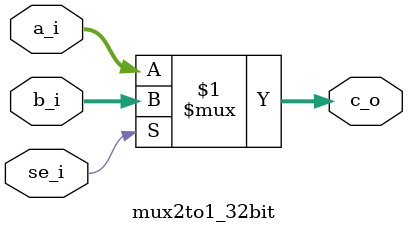
<source format=sv>
module mux2to1_32bit(
   input logic [31:0] a_i, b_i,
   input logic se_i,
   output logic [31:0] c_o
);

  assign c_o = (se_i) ? b_i : a_i;
endmodule

</source>
